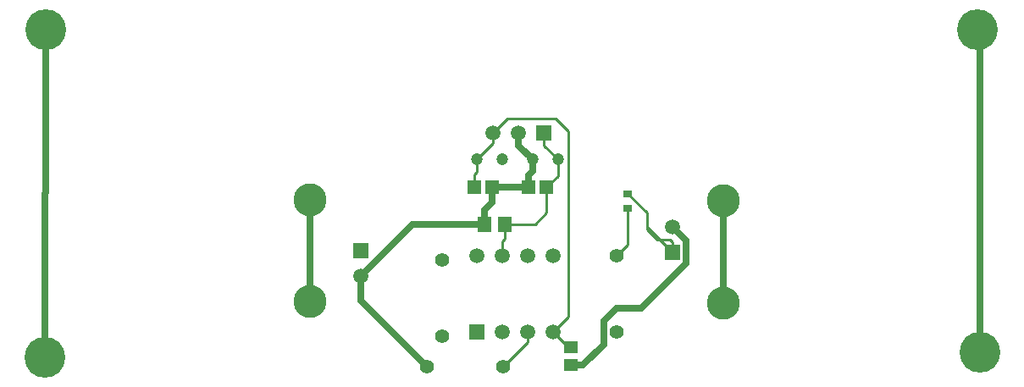
<source format=gtl>
%FSLAX25Y25*%
%MOIN*%
G70*
G01*
G75*
G04 Layer_Physical_Order=1*
G04 Layer_Color=255*
%ADD10R,0.05512X0.04724*%
%ADD11R,0.05512X0.05512*%
%ADD12R,0.05512X0.05906*%
%ADD13R,0.03543X0.02756*%
%ADD14C,0.02500*%
%ADD15C,0.01000*%
%ADD16C,0.16000*%
%ADD17R,0.05906X0.05906*%
%ADD18C,0.05906*%
%ADD19C,0.05512*%
%ADD20R,0.05906X0.05906*%
%ADD21C,0.04724*%
%ADD22C,0.12992*%
D10*
X218000Y7957D02*
D03*
Y15043D02*
D03*
D11*
X187043Y78000D02*
D03*
X179957D02*
D03*
X208543D02*
D03*
X201457D02*
D03*
D12*
X191937Y63500D02*
D03*
X184063D02*
D03*
D13*
X240500Y69547D02*
D03*
Y75453D02*
D03*
D14*
X379000Y13000D02*
Y140000D01*
X378000D02*
X379000D01*
X11500Y76000D02*
Y140000D01*
X11000Y75500D02*
X11500Y76000D01*
X11000Y11000D02*
Y75500D01*
X115421Y32921D02*
Y73079D01*
X135500Y33500D02*
Y43157D01*
X155843Y63500D01*
X184063Y69200D02*
X187043Y72180D01*
X201457Y82700D02*
X203000Y84243D01*
X245800Y30500D02*
X263300Y48000D01*
X230900Y25400D02*
X236000Y30500D01*
X197500Y94500D02*
Y99500D01*
Y94500D02*
X203000Y89000D01*
X135500Y33500D02*
X161500Y7500D01*
X258000Y62343D02*
X263300Y57043D01*
Y48000D02*
Y57043D01*
X236000Y30500D02*
X245800D01*
X230900Y16000D02*
Y25400D01*
X222857Y7957D02*
X230900Y16000D01*
X218000Y7957D02*
X222857D01*
X155843Y63500D02*
X184063D01*
X278079Y32421D02*
Y72579D01*
X187043Y72180D02*
Y78000D01*
X184063Y63500D02*
Y69200D01*
X187043Y78000D02*
X201457D01*
X203000Y84243D02*
Y89000D01*
X201457Y78000D02*
Y82700D01*
D15*
X248000Y61300D02*
Y62500D01*
X253200Y57300D02*
X257000D01*
X252000D02*
X253200D01*
X258000Y52500D01*
X248000Y62500D02*
X253200Y57300D01*
X248000Y62500D02*
Y67953D01*
X191000Y51000D02*
Y56700D01*
X191937Y57637D02*
Y63500D01*
X204043D02*
X208543Y68000D01*
Y78000D01*
X213000Y82457D01*
X207500Y94500D02*
X213000Y89000D01*
X207500Y94500D02*
Y99500D01*
X179957Y82900D02*
X181000Y83943D01*
Y89000D02*
X187500Y95500D01*
Y99500D01*
X216900Y26900D02*
Y100000D01*
X211000Y21000D02*
X216957Y15043D01*
X218000D01*
X240500Y55500D02*
Y69547D01*
X201000Y17000D02*
Y21000D01*
X213000Y82457D02*
Y89000D01*
X236000Y51000D02*
X240500Y55500D01*
X191500Y7500D02*
X201000Y17000D01*
X187500Y99500D02*
X192900Y104900D01*
X212000D01*
X216900Y100000D01*
X211000Y21000D02*
X216900Y26900D01*
X191937Y63500D02*
X204043D01*
X258000Y52500D02*
Y56300D01*
X257000Y57300D02*
X258000Y56300D01*
X248000Y61300D02*
X252000Y57300D01*
X240500Y75453D02*
X248000Y67953D01*
X191000Y56700D02*
X191937Y57637D01*
X181000Y83943D02*
Y89000D01*
X179957Y78000D02*
Y82900D01*
D16*
X379000Y13000D02*
D03*
X378000Y140000D02*
D03*
X11500D02*
D03*
X11000Y11000D02*
D03*
D17*
X181000Y21000D02*
D03*
D18*
X191000D02*
D03*
X201000D02*
D03*
X211000D02*
D03*
X181000Y51000D02*
D03*
X191000D02*
D03*
X201000D02*
D03*
X211000D02*
D03*
X197500Y99500D02*
D03*
X187500D02*
D03*
X258000Y62343D02*
D03*
X135500Y43157D02*
D03*
D19*
X167500Y19500D02*
D03*
Y49500D02*
D03*
X236000Y51000D02*
D03*
Y21000D02*
D03*
X191500Y7500D02*
D03*
X161500D02*
D03*
D20*
X207500Y99500D02*
D03*
X258000Y52500D02*
D03*
X135500Y53000D02*
D03*
D21*
X181000Y89000D02*
D03*
X191000D02*
D03*
X213000D02*
D03*
X203000D02*
D03*
D22*
X278079Y32421D02*
D03*
Y72579D02*
D03*
X115421Y73079D02*
D03*
Y32921D02*
D03*
M02*

</source>
